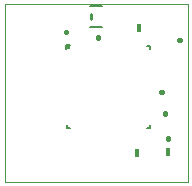
<source format=gbo>
G75*
%MOIN*%
%OFA0B0*%
%FSLAX25Y25*%
%IPPOS*%
%LPD*%
%AMOC8*
5,1,8,0,0,1.08239X$1,22.5*
%
%ADD10C,0.00000*%
%ADD11C,0.00500*%
%ADD12R,0.01575X0.01575*%
%ADD13R,0.01600X0.02800*%
%ADD14C,0.00800*%
%ADD15C,0.00984*%
%ADD16C,0.01600*%
D10*
X0034486Y0027830D02*
X0034486Y0086885D01*
X0095509Y0086885D01*
X0095509Y0027830D01*
X0034486Y0027830D01*
D11*
X0055352Y0045546D02*
X0055352Y0046550D01*
X0055352Y0045546D02*
X0056356Y0045546D01*
X0081907Y0045546D02*
X0082911Y0045546D01*
X0082911Y0046550D01*
X0082911Y0072102D02*
X0082911Y0073106D01*
X0081907Y0073106D01*
X0056356Y0073499D02*
X0054958Y0073499D01*
X0054958Y0072102D01*
D12*
X0055746Y0072712D03*
D13*
X0079368Y0079011D03*
X0089013Y0037712D03*
X0078580Y0037279D03*
D14*
X0066801Y0079251D02*
X0062801Y0079251D01*
X0062801Y0086251D02*
X0066801Y0086251D01*
D15*
X0063226Y0083539D02*
X0063226Y0081964D01*
D16*
X0065588Y0075981D02*
X0065588Y0075741D01*
X0055078Y0077830D02*
X0054838Y0077830D01*
X0086728Y0057751D02*
X0086968Y0057751D01*
X0088029Y0050588D02*
X0088029Y0050348D01*
X0089013Y0042320D02*
X0089013Y0042080D01*
X0092633Y0075074D02*
X0092874Y0075074D01*
M02*

</source>
